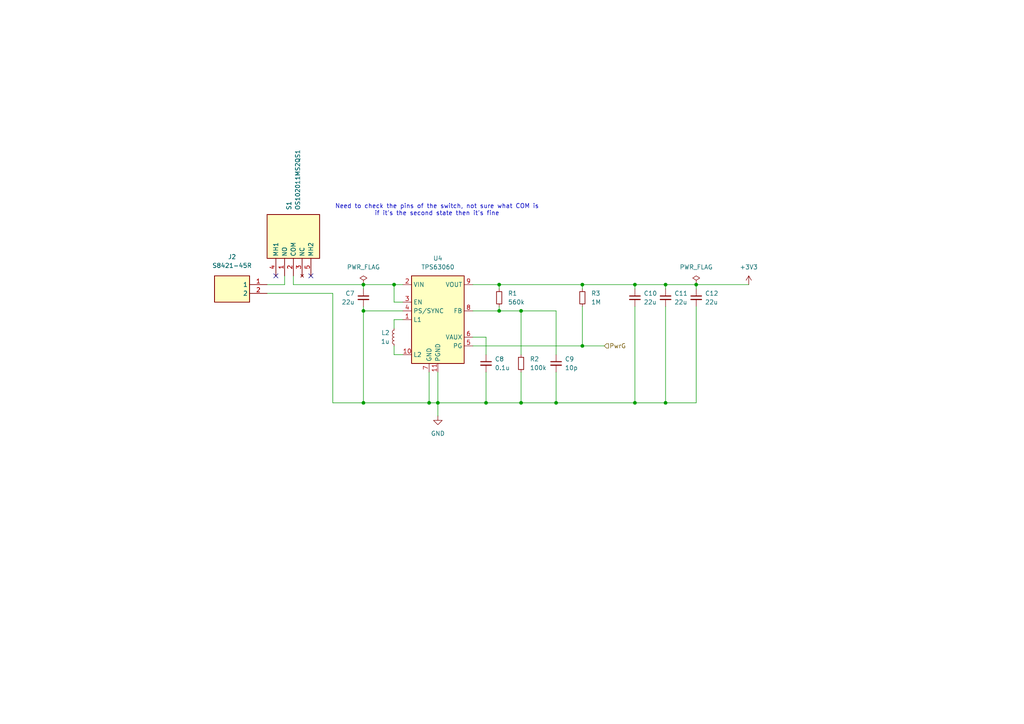
<source format=kicad_sch>
(kicad_sch
	(version 20231120)
	(generator "eeschema")
	(generator_version "8.0")
	(uuid "74934240-8942-4a4e-9e05-519654b89f3d")
	(paper "A4")
	(lib_symbols
		(symbol "Device:C_Small"
			(pin_numbers hide)
			(pin_names
				(offset 0.254) hide)
			(exclude_from_sim no)
			(in_bom yes)
			(on_board yes)
			(property "Reference" "C"
				(at 0.254 1.778 0)
				(effects
					(font
						(size 1.27 1.27)
					)
					(justify left)
				)
			)
			(property "Value" "C_Small"
				(at 0.254 -2.032 0)
				(effects
					(font
						(size 1.27 1.27)
					)
					(justify left)
				)
			)
			(property "Footprint" ""
				(at 0 0 0)
				(effects
					(font
						(size 1.27 1.27)
					)
					(hide yes)
				)
			)
			(property "Datasheet" "~"
				(at 0 0 0)
				(effects
					(font
						(size 1.27 1.27)
					)
					(hide yes)
				)
			)
			(property "Description" "Unpolarized capacitor, small symbol"
				(at 0 0 0)
				(effects
					(font
						(size 1.27 1.27)
					)
					(hide yes)
				)
			)
			(property "ki_keywords" "capacitor cap"
				(at 0 0 0)
				(effects
					(font
						(size 1.27 1.27)
					)
					(hide yes)
				)
			)
			(property "ki_fp_filters" "C_*"
				(at 0 0 0)
				(effects
					(font
						(size 1.27 1.27)
					)
					(hide yes)
				)
			)
			(symbol "C_Small_0_1"
				(polyline
					(pts
						(xy -1.524 -0.508) (xy 1.524 -0.508)
					)
					(stroke
						(width 0.3302)
						(type default)
					)
					(fill
						(type none)
					)
				)
				(polyline
					(pts
						(xy -1.524 0.508) (xy 1.524 0.508)
					)
					(stroke
						(width 0.3048)
						(type default)
					)
					(fill
						(type none)
					)
				)
			)
			(symbol "C_Small_1_1"
				(pin passive line
					(at 0 2.54 270)
					(length 2.032)
					(name "~"
						(effects
							(font
								(size 1.27 1.27)
							)
						)
					)
					(number "1"
						(effects
							(font
								(size 1.27 1.27)
							)
						)
					)
				)
				(pin passive line
					(at 0 -2.54 90)
					(length 2.032)
					(name "~"
						(effects
							(font
								(size 1.27 1.27)
							)
						)
					)
					(number "2"
						(effects
							(font
								(size 1.27 1.27)
							)
						)
					)
				)
			)
		)
		(symbol "Device:L_Small"
			(pin_numbers hide)
			(pin_names
				(offset 0.254) hide)
			(exclude_from_sim no)
			(in_bom yes)
			(on_board yes)
			(property "Reference" "L"
				(at 0.762 1.016 0)
				(effects
					(font
						(size 1.27 1.27)
					)
					(justify left)
				)
			)
			(property "Value" "L_Small"
				(at 0.762 -1.016 0)
				(effects
					(font
						(size 1.27 1.27)
					)
					(justify left)
				)
			)
			(property "Footprint" ""
				(at 0 0 0)
				(effects
					(font
						(size 1.27 1.27)
					)
					(hide yes)
				)
			)
			(property "Datasheet" "~"
				(at 0 0 0)
				(effects
					(font
						(size 1.27 1.27)
					)
					(hide yes)
				)
			)
			(property "Description" "Inductor, small symbol"
				(at 0 0 0)
				(effects
					(font
						(size 1.27 1.27)
					)
					(hide yes)
				)
			)
			(property "ki_keywords" "inductor choke coil reactor magnetic"
				(at 0 0 0)
				(effects
					(font
						(size 1.27 1.27)
					)
					(hide yes)
				)
			)
			(property "ki_fp_filters" "Choke_* *Coil* Inductor_* L_*"
				(at 0 0 0)
				(effects
					(font
						(size 1.27 1.27)
					)
					(hide yes)
				)
			)
			(symbol "L_Small_0_1"
				(arc
					(start 0 -2.032)
					(mid 0.5058 -1.524)
					(end 0 -1.016)
					(stroke
						(width 0)
						(type default)
					)
					(fill
						(type none)
					)
				)
				(arc
					(start 0 -1.016)
					(mid 0.5058 -0.508)
					(end 0 0)
					(stroke
						(width 0)
						(type default)
					)
					(fill
						(type none)
					)
				)
				(arc
					(start 0 0)
					(mid 0.5058 0.508)
					(end 0 1.016)
					(stroke
						(width 0)
						(type default)
					)
					(fill
						(type none)
					)
				)
				(arc
					(start 0 1.016)
					(mid 0.5058 1.524)
					(end 0 2.032)
					(stroke
						(width 0)
						(type default)
					)
					(fill
						(type none)
					)
				)
			)
			(symbol "L_Small_1_1"
				(pin passive line
					(at 0 2.54 270)
					(length 0.508)
					(name "~"
						(effects
							(font
								(size 1.27 1.27)
							)
						)
					)
					(number "1"
						(effects
							(font
								(size 1.27 1.27)
							)
						)
					)
				)
				(pin passive line
					(at 0 -2.54 90)
					(length 0.508)
					(name "~"
						(effects
							(font
								(size 1.27 1.27)
							)
						)
					)
					(number "2"
						(effects
							(font
								(size 1.27 1.27)
							)
						)
					)
				)
			)
		)
		(symbol "Device:R_Small"
			(pin_numbers hide)
			(pin_names
				(offset 0.254) hide)
			(exclude_from_sim no)
			(in_bom yes)
			(on_board yes)
			(property "Reference" "R"
				(at 0.762 0.508 0)
				(effects
					(font
						(size 1.27 1.27)
					)
					(justify left)
				)
			)
			(property "Value" "R_Small"
				(at 0.762 -1.016 0)
				(effects
					(font
						(size 1.27 1.27)
					)
					(justify left)
				)
			)
			(property "Footprint" ""
				(at 0 0 0)
				(effects
					(font
						(size 1.27 1.27)
					)
					(hide yes)
				)
			)
			(property "Datasheet" "~"
				(at 0 0 0)
				(effects
					(font
						(size 1.27 1.27)
					)
					(hide yes)
				)
			)
			(property "Description" "Resistor, small symbol"
				(at 0 0 0)
				(effects
					(font
						(size 1.27 1.27)
					)
					(hide yes)
				)
			)
			(property "ki_keywords" "R resistor"
				(at 0 0 0)
				(effects
					(font
						(size 1.27 1.27)
					)
					(hide yes)
				)
			)
			(property "ki_fp_filters" "R_*"
				(at 0 0 0)
				(effects
					(font
						(size 1.27 1.27)
					)
					(hide yes)
				)
			)
			(symbol "R_Small_0_1"
				(rectangle
					(start -0.762 1.778)
					(end 0.762 -1.778)
					(stroke
						(width 0.2032)
						(type default)
					)
					(fill
						(type none)
					)
				)
			)
			(symbol "R_Small_1_1"
				(pin passive line
					(at 0 2.54 270)
					(length 0.762)
					(name "~"
						(effects
							(font
								(size 1.27 1.27)
							)
						)
					)
					(number "1"
						(effects
							(font
								(size 1.27 1.27)
							)
						)
					)
				)
				(pin passive line
					(at 0 -2.54 90)
					(length 0.762)
					(name "~"
						(effects
							(font
								(size 1.27 1.27)
							)
						)
					)
					(number "2"
						(effects
							(font
								(size 1.27 1.27)
							)
						)
					)
				)
			)
		)
		(symbol "OS102011MS2QS1:OS102011MS2QS1"
			(exclude_from_sim no)
			(in_bom yes)
			(on_board yes)
			(property "Reference" "S"
				(at 19.05 7.62 0)
				(effects
					(font
						(size 1.27 1.27)
					)
					(justify left top)
				)
			)
			(property "Value" "OS102011MS2QS1"
				(at 19.05 5.08 0)
				(effects
					(font
						(size 1.27 1.27)
					)
					(justify left top)
				)
			)
			(property "Footprint" "OS102011MS2QS1"
				(at 19.05 -94.92 0)
				(effects
					(font
						(size 1.27 1.27)
					)
					(justify left top)
					(hide yes)
				)
			)
			(property "Datasheet" "https://www.ckswitches.com/media/1428/os.pdf"
				(at 19.05 -194.92 0)
				(effects
					(font
						(size 1.27 1.27)
					)
					(justify left top)
					(hide yes)
				)
			)
			(property "Description" "SWITCH SLIDE SPDT 100MA 12V"
				(at 0 0 0)
				(effects
					(font
						(size 1.27 1.27)
					)
					(hide yes)
				)
			)
			(property "Height" "8"
				(at 19.05 -394.92 0)
				(effects
					(font
						(size 1.27 1.27)
					)
					(justify left top)
					(hide yes)
				)
			)
			(property "Mouser Part Number" "611-OS102011MS2QS1"
				(at 19.05 -494.92 0)
				(effects
					(font
						(size 1.27 1.27)
					)
					(justify left top)
					(hide yes)
				)
			)
			(property "Mouser Price/Stock" "https://www.mouser.co.uk/ProductDetail/CK/OS102011MS2QS1?qs=WtljUlYws5TrGs9OfHrZYw%3D%3D"
				(at 19.05 -594.92 0)
				(effects
					(font
						(size 1.27 1.27)
					)
					(justify left top)
					(hide yes)
				)
			)
			(property "Manufacturer_Name" "C & K COMPONENTS"
				(at 19.05 -694.92 0)
				(effects
					(font
						(size 1.27 1.27)
					)
					(justify left top)
					(hide yes)
				)
			)
			(property "Manufacturer_Part_Number" "OS102011MS2QS1"
				(at 19.05 -794.92 0)
				(effects
					(font
						(size 1.27 1.27)
					)
					(justify left top)
					(hide yes)
				)
			)
			(symbol "OS102011MS2QS1_1_1"
				(rectangle
					(start 5.08 2.54)
					(end 17.78 -12.7)
					(stroke
						(width 0.254)
						(type default)
					)
					(fill
						(type background)
					)
				)
				(pin passive line
					(at 0 -2.54 0)
					(length 5.08)
					(name "NO"
						(effects
							(font
								(size 1.27 1.27)
							)
						)
					)
					(number "1"
						(effects
							(font
								(size 1.27 1.27)
							)
						)
					)
				)
				(pin passive line
					(at 0 -5.08 0)
					(length 5.08)
					(name "COM"
						(effects
							(font
								(size 1.27 1.27)
							)
						)
					)
					(number "2"
						(effects
							(font
								(size 1.27 1.27)
							)
						)
					)
				)
				(pin no_connect line
					(at 0 -7.62 0)
					(length 5.08)
					(name "NC"
						(effects
							(font
								(size 1.27 1.27)
							)
						)
					)
					(number "3"
						(effects
							(font
								(size 1.27 1.27)
							)
						)
					)
				)
				(pin passive line
					(at 0 0 0)
					(length 5.08)
					(name "MH1"
						(effects
							(font
								(size 1.27 1.27)
							)
						)
					)
					(number "4"
						(effects
							(font
								(size 1.27 1.27)
							)
						)
					)
				)
				(pin passive line
					(at 0 -10.16 0)
					(length 5.08)
					(name "MH2"
						(effects
							(font
								(size 1.27 1.27)
							)
						)
					)
					(number "5"
						(effects
							(font
								(size 1.27 1.27)
							)
						)
					)
				)
			)
		)
		(symbol "Regulator_Switching:TPS63060"
			(exclude_from_sim no)
			(in_bom yes)
			(on_board yes)
			(property "Reference" "U"
				(at -7.62 13.97 0)
				(effects
					(font
						(size 1.27 1.27)
					)
					(justify left)
				)
			)
			(property "Value" "TPS63060"
				(at 2.54 13.97 0)
				(effects
					(font
						(size 1.27 1.27)
					)
				)
			)
			(property "Footprint" "Package_SON:Texas_S-PWSON-N10_ThermalVias"
				(at 0 -16.51 0)
				(effects
					(font
						(size 1.27 1.27)
					)
					(hide yes)
				)
			)
			(property "Datasheet" "http://www.ti.com/lit/ds/symlink/tps63060.pdf"
				(at 0 -19.05 0)
				(effects
					(font
						(size 1.27 1.27)
					)
					(hide yes)
				)
			)
			(property "Description" "Buck-Boost Converter, 2.5-12V Input Voltage, 2-A Switch Current, Adjustable 2.5-8V Output Voltage, S-PWSON-N10"
				(at 0 0 0)
				(effects
					(font
						(size 1.27 1.27)
					)
					(hide yes)
				)
			)
			(property "ki_keywords" "Buck-Boost adjustable converter"
				(at 0 0 0)
				(effects
					(font
						(size 1.27 1.27)
					)
					(hide yes)
				)
			)
			(property "ki_fp_filters" "Texas*S*PWSON*N10*"
				(at 0 0 0)
				(effects
					(font
						(size 1.27 1.27)
					)
					(hide yes)
				)
			)
			(symbol "TPS63060_0_1"
				(rectangle
					(start -7.62 12.7)
					(end 7.62 -12.7)
					(stroke
						(width 0.254)
						(type default)
					)
					(fill
						(type background)
					)
				)
			)
			(symbol "TPS63060_1_1"
				(pin input line
					(at -10.16 0 0)
					(length 2.54)
					(name "L1"
						(effects
							(font
								(size 1.27 1.27)
							)
						)
					)
					(number "1"
						(effects
							(font
								(size 1.27 1.27)
							)
						)
					)
				)
				(pin input line
					(at -10.16 -10.16 0)
					(length 2.54)
					(name "L2"
						(effects
							(font
								(size 1.27 1.27)
							)
						)
					)
					(number "10"
						(effects
							(font
								(size 1.27 1.27)
							)
						)
					)
				)
				(pin power_in line
					(at 0 -15.24 90)
					(length 2.54)
					(name "PGND"
						(effects
							(font
								(size 1.27 1.27)
							)
						)
					)
					(number "11"
						(effects
							(font
								(size 1.27 1.27)
							)
						)
					)
				)
				(pin power_in line
					(at -10.16 10.16 0)
					(length 2.54)
					(name "VIN"
						(effects
							(font
								(size 1.27 1.27)
							)
						)
					)
					(number "2"
						(effects
							(font
								(size 1.27 1.27)
							)
						)
					)
				)
				(pin input line
					(at -10.16 5.08 0)
					(length 2.54)
					(name "EN"
						(effects
							(font
								(size 1.27 1.27)
							)
						)
					)
					(number "3"
						(effects
							(font
								(size 1.27 1.27)
							)
						)
					)
				)
				(pin input line
					(at -10.16 2.54 0)
					(length 2.54)
					(name "PS/SYNC"
						(effects
							(font
								(size 1.27 1.27)
							)
						)
					)
					(number "4"
						(effects
							(font
								(size 1.27 1.27)
							)
						)
					)
				)
				(pin output line
					(at 10.16 -7.62 180)
					(length 2.54)
					(name "PG"
						(effects
							(font
								(size 1.27 1.27)
							)
						)
					)
					(number "5"
						(effects
							(font
								(size 1.27 1.27)
							)
						)
					)
				)
				(pin passive line
					(at 10.16 -5.08 180)
					(length 2.54)
					(name "VAUX"
						(effects
							(font
								(size 1.27 1.27)
							)
						)
					)
					(number "6"
						(effects
							(font
								(size 1.27 1.27)
							)
						)
					)
				)
				(pin power_in line
					(at -2.54 -15.24 90)
					(length 2.54)
					(name "GND"
						(effects
							(font
								(size 1.27 1.27)
							)
						)
					)
					(number "7"
						(effects
							(font
								(size 1.27 1.27)
							)
						)
					)
				)
				(pin input line
					(at 10.16 2.54 180)
					(length 2.54)
					(name "FB"
						(effects
							(font
								(size 1.27 1.27)
							)
						)
					)
					(number "8"
						(effects
							(font
								(size 1.27 1.27)
							)
						)
					)
				)
				(pin power_out line
					(at 10.16 10.16 180)
					(length 2.54)
					(name "VOUT"
						(effects
							(font
								(size 1.27 1.27)
							)
						)
					)
					(number "9"
						(effects
							(font
								(size 1.27 1.27)
							)
						)
					)
				)
			)
		)
		(symbol "S8421-45R:S8421-45R"
			(exclude_from_sim no)
			(in_bom yes)
			(on_board yes)
			(property "Reference" "J"
				(at 16.51 7.62 0)
				(effects
					(font
						(size 1.27 1.27)
					)
					(justify left top)
				)
			)
			(property "Value" "S8421-45R"
				(at 16.51 5.08 0)
				(effects
					(font
						(size 1.27 1.27)
					)
					(justify left top)
				)
			)
			(property "Footprint" "S8421-45R_1"
				(at 16.51 -94.92 0)
				(effects
					(font
						(size 1.27 1.27)
					)
					(justify left top)
					(hide yes)
				)
			)
			(property "Datasheet" "https://cdn.harwin.com/pdfs/S8421R.pdf"
				(at 16.51 -194.92 0)
				(effects
					(font
						(size 1.27 1.27)
					)
					(justify left top)
					(hide yes)
				)
			)
			(property "Description" "Coin Cell Battery Retainer, Horizontal SMT, for CR2032 Coin Cell Batteries"
				(at 0 0 0)
				(effects
					(font
						(size 1.27 1.27)
					)
					(hide yes)
				)
			)
			(property "Height" ""
				(at 16.51 -394.92 0)
				(effects
					(font
						(size 1.27 1.27)
					)
					(justify left top)
					(hide yes)
				)
			)
			(property "Manufacturer_Name" "Harwin"
				(at 16.51 -494.92 0)
				(effects
					(font
						(size 1.27 1.27)
					)
					(justify left top)
					(hide yes)
				)
			)
			(property "Manufacturer_Part_Number" "S8421-45R"
				(at 16.51 -594.92 0)
				(effects
					(font
						(size 1.27 1.27)
					)
					(justify left top)
					(hide yes)
				)
			)
			(property "Arrow Part Number" ""
				(at 16.51 -694.92 0)
				(effects
					(font
						(size 1.27 1.27)
					)
					(justify left top)
					(hide yes)
				)
			)
			(property "Arrow Price/Stock" ""
				(at 16.51 -794.92 0)
				(effects
					(font
						(size 1.27 1.27)
					)
					(justify left top)
					(hide yes)
				)
			)
			(symbol "S8421-45R_1_1"
				(rectangle
					(start 5.08 2.54)
					(end 15.24 -5.08)
					(stroke
						(width 0.254)
						(type default)
					)
					(fill
						(type background)
					)
				)
				(pin passive line
					(at 0 -2.54 0)
					(length 5.08)
					(name "1"
						(effects
							(font
								(size 1.27 1.27)
							)
						)
					)
					(number "1"
						(effects
							(font
								(size 1.27 1.27)
							)
						)
					)
				)
				(pin passive line
					(at 0 0 0)
					(length 5.08)
					(name "2"
						(effects
							(font
								(size 1.27 1.27)
							)
						)
					)
					(number "2"
						(effects
							(font
								(size 1.27 1.27)
							)
						)
					)
				)
			)
		)
		(symbol "power:+3V3"
			(power)
			(pin_numbers hide)
			(pin_names
				(offset 0) hide)
			(exclude_from_sim no)
			(in_bom yes)
			(on_board yes)
			(property "Reference" "#PWR"
				(at 0 -3.81 0)
				(effects
					(font
						(size 1.27 1.27)
					)
					(hide yes)
				)
			)
			(property "Value" "+3V3"
				(at 0 3.556 0)
				(effects
					(font
						(size 1.27 1.27)
					)
				)
			)
			(property "Footprint" ""
				(at 0 0 0)
				(effects
					(font
						(size 1.27 1.27)
					)
					(hide yes)
				)
			)
			(property "Datasheet" ""
				(at 0 0 0)
				(effects
					(font
						(size 1.27 1.27)
					)
					(hide yes)
				)
			)
			(property "Description" "Power symbol creates a global label with name \"+3V3\""
				(at 0 0 0)
				(effects
					(font
						(size 1.27 1.27)
					)
					(hide yes)
				)
			)
			(property "ki_keywords" "global power"
				(at 0 0 0)
				(effects
					(font
						(size 1.27 1.27)
					)
					(hide yes)
				)
			)
			(symbol "+3V3_0_1"
				(polyline
					(pts
						(xy -0.762 1.27) (xy 0 2.54)
					)
					(stroke
						(width 0)
						(type default)
					)
					(fill
						(type none)
					)
				)
				(polyline
					(pts
						(xy 0 0) (xy 0 2.54)
					)
					(stroke
						(width 0)
						(type default)
					)
					(fill
						(type none)
					)
				)
				(polyline
					(pts
						(xy 0 2.54) (xy 0.762 1.27)
					)
					(stroke
						(width 0)
						(type default)
					)
					(fill
						(type none)
					)
				)
			)
			(symbol "+3V3_1_1"
				(pin power_in line
					(at 0 0 90)
					(length 0)
					(name "~"
						(effects
							(font
								(size 1.27 1.27)
							)
						)
					)
					(number "1"
						(effects
							(font
								(size 1.27 1.27)
							)
						)
					)
				)
			)
		)
		(symbol "power:GND"
			(power)
			(pin_numbers hide)
			(pin_names
				(offset 0) hide)
			(exclude_from_sim no)
			(in_bom yes)
			(on_board yes)
			(property "Reference" "#PWR"
				(at 0 -6.35 0)
				(effects
					(font
						(size 1.27 1.27)
					)
					(hide yes)
				)
			)
			(property "Value" "GND"
				(at 0 -3.81 0)
				(effects
					(font
						(size 1.27 1.27)
					)
				)
			)
			(property "Footprint" ""
				(at 0 0 0)
				(effects
					(font
						(size 1.27 1.27)
					)
					(hide yes)
				)
			)
			(property "Datasheet" ""
				(at 0 0 0)
				(effects
					(font
						(size 1.27 1.27)
					)
					(hide yes)
				)
			)
			(property "Description" "Power symbol creates a global label with name \"GND\" , ground"
				(at 0 0 0)
				(effects
					(font
						(size 1.27 1.27)
					)
					(hide yes)
				)
			)
			(property "ki_keywords" "global power"
				(at 0 0 0)
				(effects
					(font
						(size 1.27 1.27)
					)
					(hide yes)
				)
			)
			(symbol "GND_0_1"
				(polyline
					(pts
						(xy 0 0) (xy 0 -1.27) (xy 1.27 -1.27) (xy 0 -2.54) (xy -1.27 -1.27) (xy 0 -1.27)
					)
					(stroke
						(width 0)
						(type default)
					)
					(fill
						(type none)
					)
				)
			)
			(symbol "GND_1_1"
				(pin power_in line
					(at 0 0 270)
					(length 0)
					(name "~"
						(effects
							(font
								(size 1.27 1.27)
							)
						)
					)
					(number "1"
						(effects
							(font
								(size 1.27 1.27)
							)
						)
					)
				)
			)
		)
		(symbol "power:PWR_FLAG"
			(power)
			(pin_numbers hide)
			(pin_names
				(offset 0) hide)
			(exclude_from_sim no)
			(in_bom yes)
			(on_board yes)
			(property "Reference" "#FLG"
				(at 0 1.905 0)
				(effects
					(font
						(size 1.27 1.27)
					)
					(hide yes)
				)
			)
			(property "Value" "PWR_FLAG"
				(at 0 3.81 0)
				(effects
					(font
						(size 1.27 1.27)
					)
				)
			)
			(property "Footprint" ""
				(at 0 0 0)
				(effects
					(font
						(size 1.27 1.27)
					)
					(hide yes)
				)
			)
			(property "Datasheet" "~"
				(at 0 0 0)
				(effects
					(font
						(size 1.27 1.27)
					)
					(hide yes)
				)
			)
			(property "Description" "Special symbol for telling ERC where power comes from"
				(at 0 0 0)
				(effects
					(font
						(size 1.27 1.27)
					)
					(hide yes)
				)
			)
			(property "ki_keywords" "flag power"
				(at 0 0 0)
				(effects
					(font
						(size 1.27 1.27)
					)
					(hide yes)
				)
			)
			(symbol "PWR_FLAG_0_0"
				(pin power_out line
					(at 0 0 90)
					(length 0)
					(name "~"
						(effects
							(font
								(size 1.27 1.27)
							)
						)
					)
					(number "1"
						(effects
							(font
								(size 1.27 1.27)
							)
						)
					)
				)
			)
			(symbol "PWR_FLAG_0_1"
				(polyline
					(pts
						(xy 0 0) (xy 0 1.27) (xy -1.016 1.905) (xy 0 2.54) (xy 1.016 1.905) (xy 0 1.27)
					)
					(stroke
						(width 0)
						(type default)
					)
					(fill
						(type none)
					)
				)
			)
		)
	)
	(junction
		(at 140.97 116.84)
		(diameter 0)
		(color 0 0 0 0)
		(uuid "0bfa6260-14e1-4971-83e7-193cc0cd6c60")
	)
	(junction
		(at 105.41 82.55)
		(diameter 0)
		(color 0 0 0 0)
		(uuid "0c1d897c-c9b9-4e0b-80e8-f38cf9014a1a")
	)
	(junction
		(at 114.3 82.55)
		(diameter 0)
		(color 0 0 0 0)
		(uuid "18ac0d80-973b-48f9-9bb8-7324605ae493")
	)
	(junction
		(at 184.15 82.55)
		(diameter 0)
		(color 0 0 0 0)
		(uuid "280f9287-e23c-44c4-bfc1-54d10678d0c6")
	)
	(junction
		(at 105.41 116.84)
		(diameter 0)
		(color 0 0 0 0)
		(uuid "480fff95-7f2b-4769-8617-d455fa6ad032")
	)
	(junction
		(at 124.46 116.84)
		(diameter 0)
		(color 0 0 0 0)
		(uuid "6143d424-f5fe-4852-bea2-bb87c40e3271")
	)
	(junction
		(at 144.78 90.17)
		(diameter 0)
		(color 0 0 0 0)
		(uuid "62b30769-f998-4961-a7a6-36395ce461fd")
	)
	(junction
		(at 193.04 82.55)
		(diameter 0)
		(color 0 0 0 0)
		(uuid "704a9ba2-97aa-45fc-8fc4-3a69b5ae8e60")
	)
	(junction
		(at 193.04 116.84)
		(diameter 0)
		(color 0 0 0 0)
		(uuid "713cae9c-3160-482c-b53b-4d3b762adc5a")
	)
	(junction
		(at 168.91 100.33)
		(diameter 0)
		(color 0 0 0 0)
		(uuid "771cdc3d-9159-4103-bfda-0dd101760de0")
	)
	(junction
		(at 151.13 116.84)
		(diameter 0)
		(color 0 0 0 0)
		(uuid "78e8aa57-f730-44ef-89e4-3fc55a301455")
	)
	(junction
		(at 184.15 116.84)
		(diameter 0)
		(color 0 0 0 0)
		(uuid "7a90c14e-68cb-4ea7-8f00-b9e498fc5b34")
	)
	(junction
		(at 168.91 82.55)
		(diameter 0)
		(color 0 0 0 0)
		(uuid "93b122a1-3ac7-42da-921a-f4029dd2a168")
	)
	(junction
		(at 127 116.84)
		(diameter 0)
		(color 0 0 0 0)
		(uuid "9598d010-f1b3-4149-85f9-96b295fce2ae")
	)
	(junction
		(at 105.41 90.17)
		(diameter 0)
		(color 0 0 0 0)
		(uuid "9d83993e-5c72-46cf-9473-06f2cf259819")
	)
	(junction
		(at 151.13 90.17)
		(diameter 0)
		(color 0 0 0 0)
		(uuid "af84ee08-1faf-4e9a-9904-979aa6fcaeb0")
	)
	(junction
		(at 201.93 82.55)
		(diameter 0)
		(color 0 0 0 0)
		(uuid "aff87bf3-dfa3-42a2-8b99-d68a89efe183")
	)
	(junction
		(at 161.29 116.84)
		(diameter 0)
		(color 0 0 0 0)
		(uuid "bb43dfa1-25f0-4e76-9ff7-0ae8243e8724")
	)
	(junction
		(at 144.78 82.55)
		(diameter 0)
		(color 0 0 0 0)
		(uuid "fcad2b00-195b-4397-afeb-5fdc9e450ef8")
	)
	(no_connect
		(at 90.17 80.01)
		(uuid "040ac57d-9db5-48c6-bd7f-2d7c0199cb0a")
	)
	(no_connect
		(at 80.01 80.01)
		(uuid "a787b076-e10b-4b7e-9076-f2209ef9835d")
	)
	(wire
		(pts
			(xy 201.93 82.55) (xy 201.93 83.82)
		)
		(stroke
			(width 0)
			(type default)
		)
		(uuid "02616912-13a0-46f8-a78c-324845962160")
	)
	(wire
		(pts
			(xy 161.29 107.95) (xy 161.29 116.84)
		)
		(stroke
			(width 0)
			(type default)
		)
		(uuid "065c4332-a2b8-4612-b3d7-ef5ecceaaced")
	)
	(wire
		(pts
			(xy 161.29 90.17) (xy 161.29 102.87)
		)
		(stroke
			(width 0)
			(type default)
		)
		(uuid "0abccb27-152e-4ebf-ade2-f1137747bf2a")
	)
	(wire
		(pts
			(xy 127 107.95) (xy 127 116.84)
		)
		(stroke
			(width 0)
			(type default)
		)
		(uuid "0de4e996-40c3-4dce-aae4-206ee167aee7")
	)
	(wire
		(pts
			(xy 124.46 107.95) (xy 124.46 116.84)
		)
		(stroke
			(width 0)
			(type default)
		)
		(uuid "0e6e022a-2d4f-4da1-abea-0fa5c489090f")
	)
	(wire
		(pts
			(xy 127 116.84) (xy 127 120.65)
		)
		(stroke
			(width 0)
			(type default)
		)
		(uuid "124f3bee-5e2f-4246-bdef-d04fadc948cd")
	)
	(wire
		(pts
			(xy 105.41 116.84) (xy 124.46 116.84)
		)
		(stroke
			(width 0)
			(type default)
		)
		(uuid "13cbb3bd-5a71-44cb-9094-28e4492699a9")
	)
	(wire
		(pts
			(xy 151.13 116.84) (xy 161.29 116.84)
		)
		(stroke
			(width 0)
			(type default)
		)
		(uuid "1afca0e8-0c89-4cf5-9d1d-04228cb0b8f7")
	)
	(wire
		(pts
			(xy 168.91 83.82) (xy 168.91 82.55)
		)
		(stroke
			(width 0)
			(type default)
		)
		(uuid "1bf97680-38dc-4d7a-b6b3-cd02bbc5cd91")
	)
	(wire
		(pts
			(xy 161.29 116.84) (xy 184.15 116.84)
		)
		(stroke
			(width 0)
			(type default)
		)
		(uuid "1ca7df97-db36-4fc2-8ceb-f47a5a6f106f")
	)
	(wire
		(pts
			(xy 77.47 85.09) (xy 96.52 85.09)
		)
		(stroke
			(width 0)
			(type default)
		)
		(uuid "302423cd-94bf-4249-baed-12a7d0d7ff50")
	)
	(wire
		(pts
			(xy 168.91 82.55) (xy 184.15 82.55)
		)
		(stroke
			(width 0)
			(type default)
		)
		(uuid "36edfbd8-0f67-44cb-8d2a-edcdfe2e7aab")
	)
	(wire
		(pts
			(xy 105.41 90.17) (xy 105.41 116.84)
		)
		(stroke
			(width 0)
			(type default)
		)
		(uuid "3a2a85bf-21e1-4ff3-abca-3ae86e319e11")
	)
	(wire
		(pts
			(xy 114.3 100.33) (xy 114.3 102.87)
		)
		(stroke
			(width 0)
			(type default)
		)
		(uuid "3a2b39da-4757-4f1e-92b2-a4053f09a5de")
	)
	(wire
		(pts
			(xy 184.15 116.84) (xy 193.04 116.84)
		)
		(stroke
			(width 0)
			(type default)
		)
		(uuid "3d1ba3cb-2de5-4189-9af9-d5a70437ac88")
	)
	(wire
		(pts
			(xy 137.16 90.17) (xy 144.78 90.17)
		)
		(stroke
			(width 0)
			(type default)
		)
		(uuid "41fc36c8-b6c5-4ef4-b9ac-e83e6f85381b")
	)
	(wire
		(pts
			(xy 105.41 88.9) (xy 105.41 90.17)
		)
		(stroke
			(width 0)
			(type default)
		)
		(uuid "42281613-59ed-404f-9ee5-6fe378aaddbc")
	)
	(wire
		(pts
			(xy 140.97 116.84) (xy 151.13 116.84)
		)
		(stroke
			(width 0)
			(type default)
		)
		(uuid "455ca987-a3c5-4103-8ac3-edc5911439c7")
	)
	(wire
		(pts
			(xy 114.3 82.55) (xy 116.84 82.55)
		)
		(stroke
			(width 0)
			(type default)
		)
		(uuid "4919f727-5325-42fc-ad90-1505add14287")
	)
	(wire
		(pts
			(xy 116.84 87.63) (xy 114.3 87.63)
		)
		(stroke
			(width 0)
			(type default)
		)
		(uuid "4d557afd-218d-4c49-8663-6e2879e55186")
	)
	(wire
		(pts
			(xy 201.93 88.9) (xy 201.93 116.84)
		)
		(stroke
			(width 0)
			(type default)
		)
		(uuid "53d4de34-fbde-4319-b52e-0a3ccf133192")
	)
	(wire
		(pts
			(xy 77.47 82.55) (xy 82.55 82.55)
		)
		(stroke
			(width 0)
			(type default)
		)
		(uuid "53fa9dbc-82dc-429b-99b1-e8693e62be8e")
	)
	(wire
		(pts
			(xy 144.78 82.55) (xy 168.91 82.55)
		)
		(stroke
			(width 0)
			(type default)
		)
		(uuid "56f176ca-345c-4475-aa3e-13d99c0ebb2a")
	)
	(wire
		(pts
			(xy 137.16 97.79) (xy 140.97 97.79)
		)
		(stroke
			(width 0)
			(type default)
		)
		(uuid "584f003f-952b-41a9-b77c-6aa01f443447")
	)
	(wire
		(pts
			(xy 144.78 82.55) (xy 144.78 83.82)
		)
		(stroke
			(width 0)
			(type default)
		)
		(uuid "5a20028f-1dae-43f7-b468-82ff939ca8a7")
	)
	(wire
		(pts
			(xy 82.55 80.01) (xy 82.55 82.55)
		)
		(stroke
			(width 0)
			(type default)
		)
		(uuid "6d28d40b-e2b6-4949-9ab3-c53c2a7dac5d")
	)
	(wire
		(pts
			(xy 193.04 116.84) (xy 201.93 116.84)
		)
		(stroke
			(width 0)
			(type default)
		)
		(uuid "6db20656-6768-4b71-912f-d11cea1879b4")
	)
	(wire
		(pts
			(xy 144.78 88.9) (xy 144.78 90.17)
		)
		(stroke
			(width 0)
			(type default)
		)
		(uuid "720fede2-e7bb-445d-aa9b-785d8223222e")
	)
	(wire
		(pts
			(xy 151.13 90.17) (xy 151.13 102.87)
		)
		(stroke
			(width 0)
			(type default)
		)
		(uuid "74700523-b1a9-4dff-91ea-cf0ed68506d9")
	)
	(wire
		(pts
			(xy 114.3 95.25) (xy 114.3 92.71)
		)
		(stroke
			(width 0)
			(type default)
		)
		(uuid "76740cb3-f694-4f34-a69c-6a8c9a85887b")
	)
	(wire
		(pts
			(xy 137.16 100.33) (xy 168.91 100.33)
		)
		(stroke
			(width 0)
			(type default)
		)
		(uuid "7af8d591-9b16-441c-8cff-b3b246fabdaa")
	)
	(wire
		(pts
			(xy 151.13 107.95) (xy 151.13 116.84)
		)
		(stroke
			(width 0)
			(type default)
		)
		(uuid "7c9a20be-c868-4fc6-a51d-ad2fbf37650f")
	)
	(wire
		(pts
			(xy 85.09 80.01) (xy 85.09 82.55)
		)
		(stroke
			(width 0)
			(type default)
		)
		(uuid "811a5377-c697-4f98-96e2-adc9ced806e9")
	)
	(wire
		(pts
			(xy 96.52 116.84) (xy 105.41 116.84)
		)
		(stroke
			(width 0)
			(type default)
		)
		(uuid "822fe217-7d74-4657-a611-a66299f52297")
	)
	(wire
		(pts
			(xy 168.91 100.33) (xy 175.26 100.33)
		)
		(stroke
			(width 0)
			(type default)
		)
		(uuid "89a39614-866a-4c09-ac7b-489730d4f95a")
	)
	(wire
		(pts
			(xy 127 116.84) (xy 140.97 116.84)
		)
		(stroke
			(width 0)
			(type default)
		)
		(uuid "9205c893-2019-44dc-b4e9-d8a35af89e46")
	)
	(wire
		(pts
			(xy 193.04 82.55) (xy 193.04 83.82)
		)
		(stroke
			(width 0)
			(type default)
		)
		(uuid "92cb11a6-9a80-41da-9a0c-06be10f38450")
	)
	(wire
		(pts
			(xy 114.3 102.87) (xy 116.84 102.87)
		)
		(stroke
			(width 0)
			(type default)
		)
		(uuid "97f8992a-20d6-47b0-bf2f-e67db683bd43")
	)
	(wire
		(pts
			(xy 140.97 97.79) (xy 140.97 102.87)
		)
		(stroke
			(width 0)
			(type default)
		)
		(uuid "988eb580-bc0d-4c84-a3e6-55c9eda095e4")
	)
	(wire
		(pts
			(xy 140.97 107.95) (xy 140.97 116.84)
		)
		(stroke
			(width 0)
			(type default)
		)
		(uuid "98f4ebb5-1f0f-4135-88c4-7c176532815f")
	)
	(wire
		(pts
			(xy 193.04 88.9) (xy 193.04 116.84)
		)
		(stroke
			(width 0)
			(type default)
		)
		(uuid "a3033cc3-1bc9-4ed4-bb8e-78bfe018dff1")
	)
	(wire
		(pts
			(xy 124.46 116.84) (xy 127 116.84)
		)
		(stroke
			(width 0)
			(type default)
		)
		(uuid "b223ff9a-c140-43df-b873-7737277dca92")
	)
	(wire
		(pts
			(xy 201.93 82.55) (xy 217.17 82.55)
		)
		(stroke
			(width 0)
			(type default)
		)
		(uuid "b6c3a101-06ff-44c5-a9c8-9b7568be0ce4")
	)
	(wire
		(pts
			(xy 105.41 82.55) (xy 114.3 82.55)
		)
		(stroke
			(width 0)
			(type default)
		)
		(uuid "b6dc7b70-ca9a-46fa-8668-79ea28a9d319")
	)
	(wire
		(pts
			(xy 184.15 116.84) (xy 184.15 88.9)
		)
		(stroke
			(width 0)
			(type default)
		)
		(uuid "bea3e57d-2ff9-4379-8cb4-ed6a5d66b4ea")
	)
	(wire
		(pts
			(xy 184.15 83.82) (xy 184.15 82.55)
		)
		(stroke
			(width 0)
			(type default)
		)
		(uuid "c2d53962-3a70-444a-b203-888b867133df")
	)
	(wire
		(pts
			(xy 105.41 82.55) (xy 105.41 83.82)
		)
		(stroke
			(width 0)
			(type default)
		)
		(uuid "c41c9417-f514-45fc-ac88-5cd6f0ce8375")
	)
	(wire
		(pts
			(xy 144.78 90.17) (xy 151.13 90.17)
		)
		(stroke
			(width 0)
			(type default)
		)
		(uuid "d8aba8f1-39e4-49e6-963a-f62b24c4a917")
	)
	(wire
		(pts
			(xy 114.3 92.71) (xy 116.84 92.71)
		)
		(stroke
			(width 0)
			(type default)
		)
		(uuid "d9f91e72-97e6-4a62-bcd6-64fa7c8313b5")
	)
	(wire
		(pts
			(xy 168.91 100.33) (xy 168.91 88.9)
		)
		(stroke
			(width 0)
			(type default)
		)
		(uuid "e05cc8f7-bf6a-4775-a618-10d3cae0a14b")
	)
	(wire
		(pts
			(xy 193.04 82.55) (xy 201.93 82.55)
		)
		(stroke
			(width 0)
			(type default)
		)
		(uuid "e206051c-d359-435d-b30d-c63dc6defe9b")
	)
	(wire
		(pts
			(xy 184.15 82.55) (xy 193.04 82.55)
		)
		(stroke
			(width 0)
			(type default)
		)
		(uuid "e2733390-2556-4b76-8a78-d3c23e692cb2")
	)
	(wire
		(pts
			(xy 96.52 85.09) (xy 96.52 116.84)
		)
		(stroke
			(width 0)
			(type default)
		)
		(uuid "eaae8253-4e82-4908-a883-869892caa3c0")
	)
	(wire
		(pts
			(xy 137.16 82.55) (xy 144.78 82.55)
		)
		(stroke
			(width 0)
			(type default)
		)
		(uuid "f2315aec-e368-46ce-b194-ae1e32839828")
	)
	(wire
		(pts
			(xy 85.09 82.55) (xy 105.41 82.55)
		)
		(stroke
			(width 0)
			(type default)
		)
		(uuid "f6e0359a-3b58-4dd2-9df0-67ff4919e61f")
	)
	(wire
		(pts
			(xy 151.13 90.17) (xy 161.29 90.17)
		)
		(stroke
			(width 0)
			(type default)
		)
		(uuid "f77700d4-28b8-4c4a-8fe1-01b6399fb985")
	)
	(wire
		(pts
			(xy 116.84 90.17) (xy 105.41 90.17)
		)
		(stroke
			(width 0)
			(type default)
		)
		(uuid "f90b0165-52a2-4232-bada-cfa2e83935f3")
	)
	(wire
		(pts
			(xy 114.3 87.63) (xy 114.3 82.55)
		)
		(stroke
			(width 0)
			(type default)
		)
		(uuid "fbe874a1-baee-4948-97f2-09dbba679dbc")
	)
	(text "Need to check the pins of the switch, not sure what COM is\nif it's the second state then it's fine"
		(exclude_from_sim no)
		(at 126.746 60.96 0)
		(effects
			(font
				(size 1.27 1.27)
			)
		)
		(uuid "ab45102d-9598-4990-ab64-27c19933a847")
	)
	(hierarchical_label "PwrG"
		(shape input)
		(at 175.26 100.33 0)
		(fields_autoplaced yes)
		(effects
			(font
				(size 1.27 1.27)
			)
			(justify left)
		)
		(uuid "61b63994-92bf-4968-8def-70405bb3aad6")
	)
	(symbol
		(lib_id "OS102011MS2QS1:OS102011MS2QS1")
		(at 80.01 80.01 90)
		(unit 1)
		(exclude_from_sim no)
		(in_bom yes)
		(on_board yes)
		(dnp no)
		(uuid "3d038441-71a4-4f26-a9e3-94fcc4edfac5")
		(property "Reference" "S1"
			(at 83.8199 60.96 0)
			(effects
				(font
					(size 1.27 1.27)
				)
				(justify left)
			)
		)
		(property "Value" "OS102011MS2QS1"
			(at 86.3599 60.96 0)
			(effects
				(font
					(size 1.27 1.27)
				)
				(justify left)
			)
		)
		(property "Footprint" "KiCad:OS102011MS2QS1"
			(at 174.93 60.96 0)
			(effects
				(font
					(size 1.27 1.27)
				)
				(justify left top)
				(hide yes)
			)
		)
		(property "Datasheet" "https://www.ckswitches.com/media/1428/os.pdf"
			(at 274.93 60.96 0)
			(effects
				(font
					(size 1.27 1.27)
				)
				(justify left top)
				(hide yes)
			)
		)
		(property "Description" "SWITCH SLIDE SPDT 100MA 12V"
			(at 80.01 80.01 0)
			(effects
				(font
					(size 1.27 1.27)
				)
				(hide yes)
			)
		)
		(property "Height" "8"
			(at 474.93 60.96 0)
			(effects
				(font
					(size 1.27 1.27)
				)
				(justify left top)
				(hide yes)
			)
		)
		(property "Mouser Part Number" "611-OS102011MS2QS1"
			(at 574.93 60.96 0)
			(effects
				(font
					(size 1.27 1.27)
				)
				(justify left top)
				(hide yes)
			)
		)
		(property "Mouser Price/Stock" "https://www.mouser.co.uk/ProductDetail/CK/OS102011MS2QS1?qs=WtljUlYws5TrGs9OfHrZYw%3D%3D"
			(at 674.93 60.96 0)
			(effects
				(font
					(size 1.27 1.27)
				)
				(justify left top)
				(hide yes)
			)
		)
		(property "Manufacturer_Name" "C & K COMPONENTS"
			(at 774.93 60.96 0)
			(effects
				(font
					(size 1.27 1.27)
				)
				(justify left top)
				(hide yes)
			)
		)
		(property "Manufacturer_Part_Number" "OS102011MS2QS1"
			(at 874.93 60.96 0)
			(effects
				(font
					(size 1.27 1.27)
				)
				(justify left top)
				(hide yes)
			)
		)
		(pin "5"
			(uuid "50676f36-05d4-4071-a2ca-307e35608d7b")
		)
		(pin "1"
			(uuid "ed81f166-9700-4d8c-b865-81f742a9c470")
		)
		(pin "4"
			(uuid "127917f3-dabc-495b-96d2-bae2d8bad830")
		)
		(pin "3"
			(uuid "22a14e72-ffe7-4638-b939-a4160374a78e")
		)
		(pin "2"
			(uuid "a014ebd1-3445-48d7-8735-dc9fc5cd9aba")
		)
		(instances
			(project "Thermometer_CD_Project"
				(path "/a65a7196-8a90-49cc-8818-2434ed6db328/a44a4d5a-dc46-4091-8f11-f6df5acce76a"
					(reference "S1")
					(unit 1)
				)
			)
		)
	)
	(symbol
		(lib_id "Device:C_Small")
		(at 140.97 105.41 0)
		(unit 1)
		(exclude_from_sim no)
		(in_bom yes)
		(on_board yes)
		(dnp no)
		(fields_autoplaced yes)
		(uuid "590d4dc3-27ce-4098-bcec-6b71602af297")
		(property "Reference" "C8"
			(at 143.51 104.1462 0)
			(effects
				(font
					(size 1.27 1.27)
				)
				(justify left)
			)
		)
		(property "Value" "0.1u"
			(at 143.51 106.6862 0)
			(effects
				(font
					(size 1.27 1.27)
				)
				(justify left)
			)
		)
		(property "Footprint" "Capacitor_SMD:C_0402_1005Metric"
			(at 140.97 105.41 0)
			(effects
				(font
					(size 1.27 1.27)
				)
				(hide yes)
			)
		)
		(property "Datasheet" "~"
			(at 140.97 105.41 0)
			(effects
				(font
					(size 1.27 1.27)
				)
				(hide yes)
			)
		)
		(property "Description" "Unpolarized capacitor, small symbol"
			(at 140.97 105.41 0)
			(effects
				(font
					(size 1.27 1.27)
				)
				(hide yes)
			)
		)
		(pin "1"
			(uuid "56d35c42-764d-4a0c-9d65-f6dacb32320d")
		)
		(pin "2"
			(uuid "92e8e415-5674-4313-aac1-ee5adeb1b71f")
		)
		(instances
			(project "Thermometer_CD_Project"
				(path "/a65a7196-8a90-49cc-8818-2434ed6db328/a44a4d5a-dc46-4091-8f11-f6df5acce76a"
					(reference "C8")
					(unit 1)
				)
			)
		)
	)
	(symbol
		(lib_id "Device:L_Small")
		(at 114.3 97.79 0)
		(mirror y)
		(unit 1)
		(exclude_from_sim no)
		(in_bom yes)
		(on_board yes)
		(dnp no)
		(uuid "5e8abf21-3bd1-412a-8b59-129682f3836d")
		(property "Reference" "L2"
			(at 113.03 96.5199 0)
			(effects
				(font
					(size 1.27 1.27)
				)
				(justify left)
			)
		)
		(property "Value" "1u"
			(at 113.03 99.0599 0)
			(effects
				(font
					(size 1.27 1.27)
				)
				(justify left)
			)
		)
		(property "Footprint" "Inductor_SMD:L_Wuerth_WE-TPC-3816"
			(at 114.3 97.79 0)
			(effects
				(font
					(size 1.27 1.27)
				)
				(hide yes)
			)
		)
		(property "Datasheet" "~"
			(at 114.3 97.79 0)
			(effects
				(font
					(size 1.27 1.27)
				)
				(hide yes)
			)
		)
		(property "Description" "Inductor, small symbol"
			(at 114.3 97.79 0)
			(effects
				(font
					(size 1.27 1.27)
				)
				(hide yes)
			)
		)
		(pin "2"
			(uuid "0a41a722-4391-446d-8e69-9e78cccfc8d2")
		)
		(pin "1"
			(uuid "575aa7c3-534e-4e66-a5c2-608cc0313eda")
		)
		(instances
			(project "Thermometer_CD_Project"
				(path "/a65a7196-8a90-49cc-8818-2434ed6db328/a44a4d5a-dc46-4091-8f11-f6df5acce76a"
					(reference "L2")
					(unit 1)
				)
			)
		)
	)
	(symbol
		(lib_id "Device:C_Small")
		(at 201.93 86.36 0)
		(unit 1)
		(exclude_from_sim no)
		(in_bom yes)
		(on_board yes)
		(dnp no)
		(fields_autoplaced yes)
		(uuid "5f763067-0b9e-4996-a472-a149fb45e2f8")
		(property "Reference" "C12"
			(at 204.47 85.0962 0)
			(effects
				(font
					(size 1.27 1.27)
				)
				(justify left)
			)
		)
		(property "Value" "22u"
			(at 204.47 87.6362 0)
			(effects
				(font
					(size 1.27 1.27)
				)
				(justify left)
			)
		)
		(property "Footprint" "Capacitor_SMD:C_0402_1005Metric"
			(at 201.93 86.36 0)
			(effects
				(font
					(size 1.27 1.27)
				)
				(hide yes)
			)
		)
		(property "Datasheet" "~"
			(at 201.93 86.36 0)
			(effects
				(font
					(size 1.27 1.27)
				)
				(hide yes)
			)
		)
		(property "Description" "Unpolarized capacitor, small symbol"
			(at 201.93 86.36 0)
			(effects
				(font
					(size 1.27 1.27)
				)
				(hide yes)
			)
		)
		(pin "2"
			(uuid "5f53746e-cdf6-4b9d-a800-2c06cbbe1f5e")
		)
		(pin "1"
			(uuid "e2ef97c8-95dd-47e0-8991-a66253b2f46a")
		)
		(instances
			(project "Thermometer_CD_Project"
				(path "/a65a7196-8a90-49cc-8818-2434ed6db328/a44a4d5a-dc46-4091-8f11-f6df5acce76a"
					(reference "C12")
					(unit 1)
				)
			)
		)
	)
	(symbol
		(lib_id "power:PWR_FLAG")
		(at 105.41 82.55 0)
		(unit 1)
		(exclude_from_sim no)
		(in_bom yes)
		(on_board yes)
		(dnp no)
		(fields_autoplaced yes)
		(uuid "959687b3-7e97-4f18-84d7-6599d9df157c")
		(property "Reference" "#FLG03"
			(at 105.41 80.645 0)
			(effects
				(font
					(size 1.27 1.27)
				)
				(hide yes)
			)
		)
		(property "Value" "PWR_FLAG"
			(at 105.41 77.47 0)
			(effects
				(font
					(size 1.27 1.27)
				)
			)
		)
		(property "Footprint" ""
			(at 105.41 82.55 0)
			(effects
				(font
					(size 1.27 1.27)
				)
				(hide yes)
			)
		)
		(property "Datasheet" "~"
			(at 105.41 82.55 0)
			(effects
				(font
					(size 1.27 1.27)
				)
				(hide yes)
			)
		)
		(property "Description" "Special symbol for telling ERC where power comes from"
			(at 105.41 82.55 0)
			(effects
				(font
					(size 1.27 1.27)
				)
				(hide yes)
			)
		)
		(pin "1"
			(uuid "6dc593f2-bae4-4461-b3a3-cae026e041fc")
		)
		(instances
			(project "Thermometer_CD_Project"
				(path "/a65a7196-8a90-49cc-8818-2434ed6db328/a44a4d5a-dc46-4091-8f11-f6df5acce76a"
					(reference "#FLG03")
					(unit 1)
				)
			)
		)
	)
	(symbol
		(lib_id "Regulator_Switching:TPS63060")
		(at 127 92.71 0)
		(unit 1)
		(exclude_from_sim no)
		(in_bom yes)
		(on_board yes)
		(dnp no)
		(fields_autoplaced yes)
		(uuid "9833ee2b-13e6-4714-b599-9809ef7a1e26")
		(property "Reference" "U4"
			(at 127 74.93 0)
			(effects
				(font
					(size 1.27 1.27)
				)
			)
		)
		(property "Value" "TPS63060"
			(at 127 77.47 0)
			(effects
				(font
					(size 1.27 1.27)
				)
			)
		)
		(property "Footprint" "Package_SON:Texas_S-PWSON-N10_ThermalVias"
			(at 127 109.22 0)
			(effects
				(font
					(size 1.27 1.27)
				)
				(hide yes)
			)
		)
		(property "Datasheet" "http://www.ti.com/lit/ds/symlink/tps63060.pdf"
			(at 127 111.76 0)
			(effects
				(font
					(size 1.27 1.27)
				)
				(hide yes)
			)
		)
		(property "Description" "Buck-Boost Converter, 2.5-12V Input Voltage, 2-A Switch Current, Adjustable 2.5-8V Output Voltage, S-PWSON-N10"
			(at 127 92.71 0)
			(effects
				(font
					(size 1.27 1.27)
				)
				(hide yes)
			)
		)
		(pin "11"
			(uuid "9c2eaf76-06a6-4ab5-bc82-759b8fad096b")
		)
		(pin "7"
			(uuid "aa310c68-b6bb-4596-9b70-620be3fd9eaf")
		)
		(pin "10"
			(uuid "02186bdf-b71b-4bc9-a7d0-e96013a0d04a")
		)
		(pin "1"
			(uuid "56c1e171-7e51-413e-b925-c22dd85ff4a8")
		)
		(pin "2"
			(uuid "4564f5f0-27a6-43f0-a09c-f4897735f9ef")
		)
		(pin "3"
			(uuid "3cb4d923-f403-4f60-bac4-eada724603e7")
		)
		(pin "9"
			(uuid "a955648a-1068-4d3a-9654-cd43fdca2a63")
		)
		(pin "6"
			(uuid "ba18a9a6-67d8-4a69-9c55-b2f0db9f409b")
		)
		(pin "4"
			(uuid "dda7d420-7f6d-4d6b-a19a-26b0d9ebd730")
		)
		(pin "5"
			(uuid "97374405-23e4-4efe-9d2d-b9b9ae36fac2")
		)
		(pin "8"
			(uuid "8507c6d2-a7da-402b-b306-dc88a5c15db4")
		)
		(instances
			(project "Thermometer_CD_Project"
				(path "/a65a7196-8a90-49cc-8818-2434ed6db328/a44a4d5a-dc46-4091-8f11-f6df5acce76a"
					(reference "U4")
					(unit 1)
				)
			)
		)
	)
	(symbol
		(lib_id "Device:C_Small")
		(at 105.41 86.36 0)
		(mirror y)
		(unit 1)
		(exclude_from_sim no)
		(in_bom yes)
		(on_board yes)
		(dnp no)
		(uuid "9b37f86a-abe8-4a4f-8cdb-e3a4392c855d")
		(property "Reference" "C7"
			(at 102.87 85.0962 0)
			(effects
				(font
					(size 1.27 1.27)
				)
				(justify left)
			)
		)
		(property "Value" "22u"
			(at 102.87 87.6362 0)
			(effects
				(font
					(size 1.27 1.27)
				)
				(justify left)
			)
		)
		(property "Footprint" "Capacitor_SMD:C_0402_1005Metric"
			(at 105.41 86.36 0)
			(effects
				(font
					(size 1.27 1.27)
				)
				(hide yes)
			)
		)
		(property "Datasheet" "~"
			(at 105.41 86.36 0)
			(effects
				(font
					(size 1.27 1.27)
				)
				(hide yes)
			)
		)
		(property "Description" "Unpolarized capacitor, small symbol"
			(at 105.41 86.36 0)
			(effects
				(font
					(size 1.27 1.27)
				)
				(hide yes)
			)
		)
		(pin "2"
			(uuid "9b7aee95-0a7c-434b-8ef7-62a3e52ec08d")
		)
		(pin "1"
			(uuid "21cafa5f-cb7c-422c-a960-3bf06f159eda")
		)
		(instances
			(project "Thermometer_CD_Project"
				(path "/a65a7196-8a90-49cc-8818-2434ed6db328/a44a4d5a-dc46-4091-8f11-f6df5acce76a"
					(reference "C7")
					(unit 1)
				)
			)
		)
	)
	(symbol
		(lib_id "Device:C_Small")
		(at 193.04 86.36 0)
		(unit 1)
		(exclude_from_sim no)
		(in_bom yes)
		(on_board yes)
		(dnp no)
		(fields_autoplaced yes)
		(uuid "9f2089db-40f2-4293-8ce5-f5b1eeaee923")
		(property "Reference" "C11"
			(at 195.58 85.0962 0)
			(effects
				(font
					(size 1.27 1.27)
				)
				(justify left)
			)
		)
		(property "Value" "22u"
			(at 195.58 87.6362 0)
			(effects
				(font
					(size 1.27 1.27)
				)
				(justify left)
			)
		)
		(property "Footprint" "Capacitor_SMD:C_0402_1005Metric"
			(at 193.04 86.36 0)
			(effects
				(font
					(size 1.27 1.27)
				)
				(hide yes)
			)
		)
		(property "Datasheet" "~"
			(at 193.04 86.36 0)
			(effects
				(font
					(size 1.27 1.27)
				)
				(hide yes)
			)
		)
		(property "Description" "Unpolarized capacitor, small symbol"
			(at 193.04 86.36 0)
			(effects
				(font
					(size 1.27 1.27)
				)
				(hide yes)
			)
		)
		(pin "2"
			(uuid "b433a18f-6c24-400d-a207-c9f6ba1c3626")
		)
		(pin "1"
			(uuid "667bfd28-b480-464f-a484-491b04cc0cd5")
		)
		(instances
			(project "Thermometer_CD_Project"
				(path "/a65a7196-8a90-49cc-8818-2434ed6db328/a44a4d5a-dc46-4091-8f11-f6df5acce76a"
					(reference "C11")
					(unit 1)
				)
			)
		)
	)
	(symbol
		(lib_id "power:PWR_FLAG")
		(at 201.93 82.55 0)
		(unit 1)
		(exclude_from_sim no)
		(in_bom yes)
		(on_board yes)
		(dnp no)
		(fields_autoplaced yes)
		(uuid "a41368f7-6a1c-4b8f-8c8c-58f7716d36c5")
		(property "Reference" "#FLG02"
			(at 201.93 80.645 0)
			(effects
				(font
					(size 1.27 1.27)
				)
				(hide yes)
			)
		)
		(property "Value" "PWR_FLAG"
			(at 201.93 77.47 0)
			(effects
				(font
					(size 1.27 1.27)
				)
			)
		)
		(property "Footprint" ""
			(at 201.93 82.55 0)
			(effects
				(font
					(size 1.27 1.27)
				)
				(hide yes)
			)
		)
		(property "Datasheet" "~"
			(at 201.93 82.55 0)
			(effects
				(font
					(size 1.27 1.27)
				)
				(hide yes)
			)
		)
		(property "Description" "Special symbol for telling ERC where power comes from"
			(at 201.93 82.55 0)
			(effects
				(font
					(size 1.27 1.27)
				)
				(hide yes)
			)
		)
		(pin "1"
			(uuid "34452d9c-09d9-47f8-b5b3-a2ccab5128f3")
		)
		(instances
			(project ""
				(path "/a65a7196-8a90-49cc-8818-2434ed6db328/a44a4d5a-dc46-4091-8f11-f6df5acce76a"
					(reference "#FLG02")
					(unit 1)
				)
			)
		)
	)
	(symbol
		(lib_id "Device:R_Small")
		(at 144.78 86.36 0)
		(unit 1)
		(exclude_from_sim no)
		(in_bom yes)
		(on_board yes)
		(dnp no)
		(fields_autoplaced yes)
		(uuid "a65c587e-7a9d-4673-be15-ca9ff46b28cd")
		(property "Reference" "R1"
			(at 147.32 85.0899 0)
			(effects
				(font
					(size 1.27 1.27)
				)
				(justify left)
			)
		)
		(property "Value" "560k"
			(at 147.32 87.6299 0)
			(effects
				(font
					(size 1.27 1.27)
				)
				(justify left)
			)
		)
		(property "Footprint" "Resistor_SMD:R_0402_1005Metric"
			(at 144.78 86.36 0)
			(effects
				(font
					(size 1.27 1.27)
				)
				(hide yes)
			)
		)
		(property "Datasheet" "~"
			(at 144.78 86.36 0)
			(effects
				(font
					(size 1.27 1.27)
				)
				(hide yes)
			)
		)
		(property "Description" "Resistor, small symbol"
			(at 144.78 86.36 0)
			(effects
				(font
					(size 1.27 1.27)
				)
				(hide yes)
			)
		)
		(pin "1"
			(uuid "a5814299-f152-468a-b347-2907974332cd")
		)
		(pin "2"
			(uuid "9caeff04-d56f-4983-a62f-10ebb7da5896")
		)
		(instances
			(project "Thermometer_CD_Project"
				(path "/a65a7196-8a90-49cc-8818-2434ed6db328/a44a4d5a-dc46-4091-8f11-f6df5acce76a"
					(reference "R1")
					(unit 1)
				)
			)
		)
	)
	(symbol
		(lib_id "Device:R_Small")
		(at 151.13 105.41 0)
		(unit 1)
		(exclude_from_sim no)
		(in_bom yes)
		(on_board yes)
		(dnp no)
		(fields_autoplaced yes)
		(uuid "aa44c3af-0f62-4212-bd22-510164b1e4cd")
		(property "Reference" "R2"
			(at 153.67 104.1399 0)
			(effects
				(font
					(size 1.27 1.27)
				)
				(justify left)
			)
		)
		(property "Value" "100k"
			(at 153.67 106.6799 0)
			(effects
				(font
					(size 1.27 1.27)
				)
				(justify left)
			)
		)
		(property "Footprint" "Resistor_SMD:R_0402_1005Metric"
			(at 151.13 105.41 0)
			(effects
				(font
					(size 1.27 1.27)
				)
				(hide yes)
			)
		)
		(property "Datasheet" "~"
			(at 151.13 105.41 0)
			(effects
				(font
					(size 1.27 1.27)
				)
				(hide yes)
			)
		)
		(property "Description" "Resistor, small symbol"
			(at 151.13 105.41 0)
			(effects
				(font
					(size 1.27 1.27)
				)
				(hide yes)
			)
		)
		(pin "1"
			(uuid "b43740db-64ee-4d31-81f6-d8301602bc2a")
		)
		(pin "2"
			(uuid "05f0a9d2-e5c3-4e82-b0b3-1eb6b8419b9b")
		)
		(instances
			(project "Thermometer_CD_Project"
				(path "/a65a7196-8a90-49cc-8818-2434ed6db328/a44a4d5a-dc46-4091-8f11-f6df5acce76a"
					(reference "R2")
					(unit 1)
				)
			)
		)
	)
	(symbol
		(lib_id "power:+3V3")
		(at 217.17 82.55 0)
		(unit 1)
		(exclude_from_sim no)
		(in_bom yes)
		(on_board yes)
		(dnp no)
		(fields_autoplaced yes)
		(uuid "b88da84b-21df-4ebb-b0d1-5c8ecd071609")
		(property "Reference" "#PWR013"
			(at 217.17 86.36 0)
			(effects
				(font
					(size 1.27 1.27)
				)
				(hide yes)
			)
		)
		(property "Value" "+3V3"
			(at 217.17 77.47 0)
			(effects
				(font
					(size 1.27 1.27)
				)
			)
		)
		(property "Footprint" ""
			(at 217.17 82.55 0)
			(effects
				(font
					(size 1.27 1.27)
				)
				(hide yes)
			)
		)
		(property "Datasheet" ""
			(at 217.17 82.55 0)
			(effects
				(font
					(size 1.27 1.27)
				)
				(hide yes)
			)
		)
		(property "Description" "Power symbol creates a global label with name \"+3V3\""
			(at 217.17 82.55 0)
			(effects
				(font
					(size 1.27 1.27)
				)
				(hide yes)
			)
		)
		(pin "1"
			(uuid "a1f341c1-aa40-48ef-b950-9bc7661b32a1")
		)
		(instances
			(project "Thermometer_CD_Project"
				(path "/a65a7196-8a90-49cc-8818-2434ed6db328/a44a4d5a-dc46-4091-8f11-f6df5acce76a"
					(reference "#PWR013")
					(unit 1)
				)
			)
		)
	)
	(symbol
		(lib_id "Device:R_Small")
		(at 168.91 86.36 0)
		(unit 1)
		(exclude_from_sim no)
		(in_bom yes)
		(on_board yes)
		(dnp no)
		(fields_autoplaced yes)
		(uuid "d294f8b1-4537-4eb2-b76c-58f83bb8e9ff")
		(property "Reference" "R3"
			(at 171.45 85.0899 0)
			(effects
				(font
					(size 1.27 1.27)
				)
				(justify left)
			)
		)
		(property "Value" "1M"
			(at 171.45 87.6299 0)
			(effects
				(font
					(size 1.27 1.27)
				)
				(justify left)
			)
		)
		(property "Footprint" "Resistor_SMD:R_0402_1005Metric"
			(at 168.91 86.36 0)
			(effects
				(font
					(size 1.27 1.27)
				)
				(hide yes)
			)
		)
		(property "Datasheet" "~"
			(at 168.91 86.36 0)
			(effects
				(font
					(size 1.27 1.27)
				)
				(hide yes)
			)
		)
		(property "Description" "Resistor, small symbol"
			(at 168.91 86.36 0)
			(effects
				(font
					(size 1.27 1.27)
				)
				(hide yes)
			)
		)
		(pin "1"
			(uuid "ced6b181-a7d7-4a22-aaff-c6b656964eda")
		)
		(pin "2"
			(uuid "d3b18dd3-5311-46bb-9e9e-e8735c2b4f43")
		)
		(instances
			(project "Thermometer_CD_Project"
				(path "/a65a7196-8a90-49cc-8818-2434ed6db328/a44a4d5a-dc46-4091-8f11-f6df5acce76a"
					(reference "R3")
					(unit 1)
				)
			)
		)
	)
	(symbol
		(lib_id "Device:C_Small")
		(at 184.15 86.36 0)
		(unit 1)
		(exclude_from_sim no)
		(in_bom yes)
		(on_board yes)
		(dnp no)
		(fields_autoplaced yes)
		(uuid "d3277dc0-b24f-4703-abb3-5c56ff2408ac")
		(property "Reference" "C10"
			(at 186.69 85.0962 0)
			(effects
				(font
					(size 1.27 1.27)
				)
				(justify left)
			)
		)
		(property "Value" "22u"
			(at 186.69 87.6362 0)
			(effects
				(font
					(size 1.27 1.27)
				)
				(justify left)
			)
		)
		(property "Footprint" "Capacitor_SMD:C_0402_1005Metric"
			(at 184.15 86.36 0)
			(effects
				(font
					(size 1.27 1.27)
				)
				(hide yes)
			)
		)
		(property "Datasheet" "~"
			(at 184.15 86.36 0)
			(effects
				(font
					(size 1.27 1.27)
				)
				(hide yes)
			)
		)
		(property "Description" "Unpolarized capacitor, small symbol"
			(at 184.15 86.36 0)
			(effects
				(font
					(size 1.27 1.27)
				)
				(hide yes)
			)
		)
		(pin "2"
			(uuid "e9979399-223e-4a5b-944a-5b92cbc9d465")
		)
		(pin "1"
			(uuid "194f1aab-ebee-4a0b-a77a-b6039d5686db")
		)
		(instances
			(project "Thermometer_CD_Project"
				(path "/a65a7196-8a90-49cc-8818-2434ed6db328/a44a4d5a-dc46-4091-8f11-f6df5acce76a"
					(reference "C10")
					(unit 1)
				)
			)
		)
	)
	(symbol
		(lib_id "Device:C_Small")
		(at 161.29 105.41 0)
		(unit 1)
		(exclude_from_sim no)
		(in_bom yes)
		(on_board yes)
		(dnp no)
		(fields_autoplaced yes)
		(uuid "f736f160-4cfd-4f43-b6cc-14e543d4f6c7")
		(property "Reference" "C9"
			(at 163.83 104.1462 0)
			(effects
				(font
					(size 1.27 1.27)
				)
				(justify left)
			)
		)
		(property "Value" "10p"
			(at 163.83 106.6862 0)
			(effects
				(font
					(size 1.27 1.27)
				)
				(justify left)
			)
		)
		(property "Footprint" "Capacitor_SMD:C_0402_1005Metric"
			(at 161.29 105.41 0)
			(effects
				(font
					(size 1.27 1.27)
				)
				(hide yes)
			)
		)
		(property "Datasheet" "~"
			(at 161.29 105.41 0)
			(effects
				(font
					(size 1.27 1.27)
				)
				(hide yes)
			)
		)
		(property "Description" "Unpolarized capacitor, small symbol"
			(at 161.29 105.41 0)
			(effects
				(font
					(size 1.27 1.27)
				)
				(hide yes)
			)
		)
		(pin "2"
			(uuid "db92bdab-cfac-402c-8a8c-575e393fb185")
		)
		(pin "1"
			(uuid "f81ddceb-3037-495f-a3ea-523c83f921aa")
		)
		(instances
			(project "Thermometer_CD_Project"
				(path "/a65a7196-8a90-49cc-8818-2434ed6db328/a44a4d5a-dc46-4091-8f11-f6df5acce76a"
					(reference "C9")
					(unit 1)
				)
			)
		)
	)
	(symbol
		(lib_id "S8421-45R:S8421-45R")
		(at 77.47 85.09 180)
		(unit 1)
		(exclude_from_sim no)
		(in_bom yes)
		(on_board yes)
		(dnp no)
		(fields_autoplaced yes)
		(uuid "fba9440b-65de-416f-a878-4eef98265c7b")
		(property "Reference" "J2"
			(at 67.31 74.4921 0)
			(effects
				(font
					(size 1.27 1.27)
				)
			)
		)
		(property "Value" "S8421-45R"
			(at 67.31 77.0321 0)
			(effects
				(font
					(size 1.27 1.27)
				)
			)
		)
		(property "Footprint" "S8421-45R:battery_holder_S8421-custom"
			(at 60.96 -9.83 0)
			(effects
				(font
					(size 1.27 1.27)
				)
				(justify left top)
				(hide yes)
			)
		)
		(property "Datasheet" "https://cdn.harwin.com/pdfs/S8421R.pdf"
			(at 60.96 -109.83 0)
			(effects
				(font
					(size 1.27 1.27)
				)
				(justify left top)
				(hide yes)
			)
		)
		(property "Description" "Coin Cell Battery Retainer, Horizontal SMT, for CR2032 Coin Cell Batteries"
			(at 77.47 85.09 0)
			(effects
				(font
					(size 1.27 1.27)
				)
				(hide yes)
			)
		)
		(property "Height" ""
			(at 60.96 -309.83 0)
			(effects
				(font
					(size 1.27 1.27)
				)
				(justify left top)
				(hide yes)
			)
		)
		(property "Manufacturer_Name" "Harwin"
			(at 60.96 -409.83 0)
			(effects
				(font
					(size 1.27 1.27)
				)
				(justify left top)
				(hide yes)
			)
		)
		(property "Manufacturer_Part_Number" "S8421-45R"
			(at 60.96 -509.83 0)
			(effects
				(font
					(size 1.27 1.27)
				)
				(justify left top)
				(hide yes)
			)
		)
		(property "Arrow Part Number" ""
			(at 60.96 -609.83 0)
			(effects
				(font
					(size 1.27 1.27)
				)
				(justify left top)
				(hide yes)
			)
		)
		(property "Arrow Price/Stock" ""
			(at 60.96 -709.83 0)
			(effects
				(font
					(size 1.27 1.27)
				)
				(justify left top)
				(hide yes)
			)
		)
		(pin "1"
			(uuid "55107510-9db1-4569-8a88-dd0fc07ee707")
		)
		(pin "2"
			(uuid "52b5541c-1cf4-4167-b76b-6db193f5aad5")
		)
		(instances
			(project "Thermometer_CD_Project"
				(path "/a65a7196-8a90-49cc-8818-2434ed6db328/a44a4d5a-dc46-4091-8f11-f6df5acce76a"
					(reference "J2")
					(unit 1)
				)
			)
		)
	)
	(symbol
		(lib_id "power:GND")
		(at 127 120.65 0)
		(unit 1)
		(exclude_from_sim no)
		(in_bom yes)
		(on_board yes)
		(dnp no)
		(fields_autoplaced yes)
		(uuid "fd6da493-9bd0-43d2-91b5-256c9ab9d522")
		(property "Reference" "#PWR01"
			(at 127 127 0)
			(effects
				(font
					(size 1.27 1.27)
				)
				(hide yes)
			)
		)
		(property "Value" "GND"
			(at 127 125.73 0)
			(effects
				(font
					(size 1.27 1.27)
				)
			)
		)
		(property "Footprint" ""
			(at 127 120.65 0)
			(effects
				(font
					(size 1.27 1.27)
				)
				(hide yes)
			)
		)
		(property "Datasheet" ""
			(at 127 120.65 0)
			(effects
				(font
					(size 1.27 1.27)
				)
				(hide yes)
			)
		)
		(property "Description" "Power symbol creates a global label with name \"GND\" , ground"
			(at 127 120.65 0)
			(effects
				(font
					(size 1.27 1.27)
				)
				(hide yes)
			)
		)
		(pin "1"
			(uuid "a9bf01e6-1987-44c4-b790-bee6437ea951")
		)
		(instances
			(project "Thermometer_CD_Project"
				(path "/a65a7196-8a90-49cc-8818-2434ed6db328/a44a4d5a-dc46-4091-8f11-f6df5acce76a"
					(reference "#PWR01")
					(unit 1)
				)
			)
		)
	)
)

</source>
